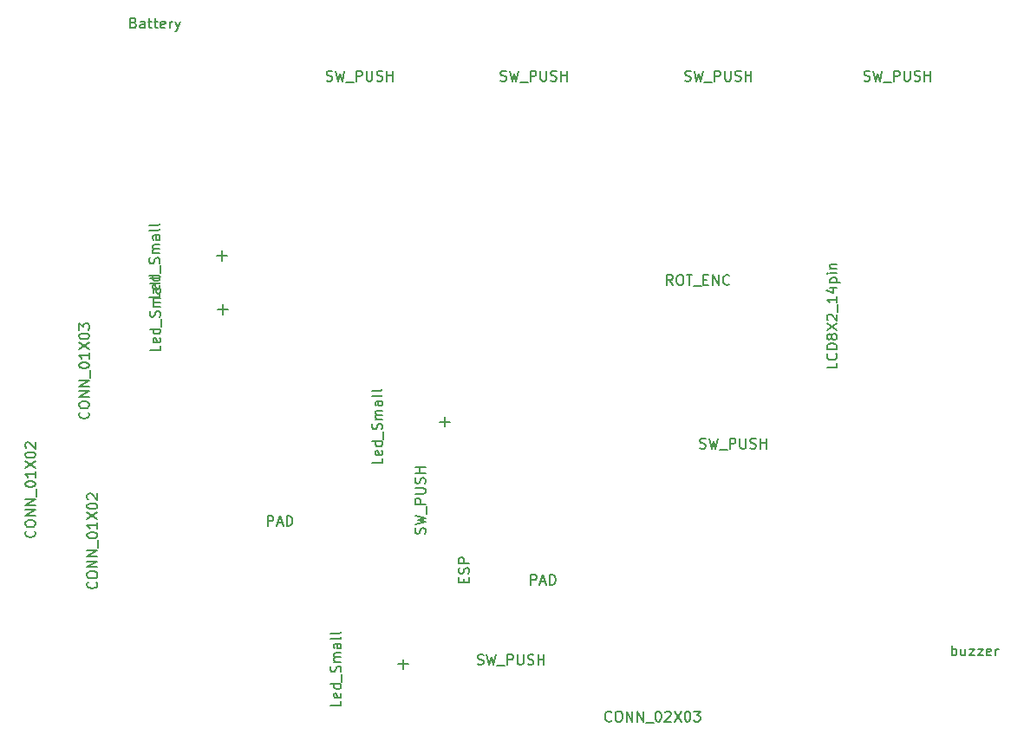
<source format=gbr>
G04 #@! TF.FileFunction,Other,Fab,Top*
%FSLAX46Y46*%
G04 Gerber Fmt 4.6, Leading zero omitted, Abs format (unit mm)*
G04 Created by KiCad (PCBNEW 4.0.4+dfsg1-stable) date Tue Feb  7 08:23:58 2017*
%MOMM*%
%LPD*%
G01*
G04 APERTURE LIST*
%ADD10C,0.100000*%
%ADD11C,0.150000*%
G04 APERTURE END LIST*
D10*
D11*
X21100000Y41200000D02*
X21100000Y42200000D01*
X20600000Y41700000D02*
X21600000Y41700000D01*
X21050000Y46400000D02*
X21050000Y47400000D01*
X20550000Y46900000D02*
X21550000Y46900000D01*
X42800000Y30200000D02*
X42800000Y31200000D01*
X42300000Y30700000D02*
X43300000Y30700000D01*
X38750000Y6500000D02*
X38750000Y7500000D01*
X38250000Y7000000D02*
X39250000Y7000000D01*
X40832762Y19746095D02*
X40880381Y19888952D01*
X40880381Y20127048D01*
X40832762Y20222286D01*
X40785143Y20269905D01*
X40689905Y20317524D01*
X40594667Y20317524D01*
X40499429Y20269905D01*
X40451810Y20222286D01*
X40404190Y20127048D01*
X40356571Y19936571D01*
X40308952Y19841333D01*
X40261333Y19793714D01*
X40166095Y19746095D01*
X40070857Y19746095D01*
X39975619Y19793714D01*
X39928000Y19841333D01*
X39880381Y19936571D01*
X39880381Y20174667D01*
X39928000Y20317524D01*
X39880381Y20650857D02*
X40880381Y20888952D01*
X40166095Y21079429D01*
X40880381Y21269905D01*
X39880381Y21508000D01*
X40975619Y21650857D02*
X40975619Y22412762D01*
X40880381Y22650857D02*
X39880381Y22650857D01*
X39880381Y23031810D01*
X39928000Y23127048D01*
X39975619Y23174667D01*
X40070857Y23222286D01*
X40213714Y23222286D01*
X40308952Y23174667D01*
X40356571Y23127048D01*
X40404190Y23031810D01*
X40404190Y22650857D01*
X39880381Y23650857D02*
X40689905Y23650857D01*
X40785143Y23698476D01*
X40832762Y23746095D01*
X40880381Y23841333D01*
X40880381Y24031810D01*
X40832762Y24127048D01*
X40785143Y24174667D01*
X40689905Y24222286D01*
X39880381Y24222286D01*
X40832762Y24650857D02*
X40880381Y24793714D01*
X40880381Y25031810D01*
X40832762Y25127048D01*
X40785143Y25174667D01*
X40689905Y25222286D01*
X40594667Y25222286D01*
X40499429Y25174667D01*
X40451810Y25127048D01*
X40404190Y25031810D01*
X40356571Y24841333D01*
X40308952Y24746095D01*
X40261333Y24698476D01*
X40166095Y24650857D01*
X40070857Y24650857D01*
X39975619Y24698476D01*
X39928000Y24746095D01*
X39880381Y24841333D01*
X39880381Y25079429D01*
X39928000Y25222286D01*
X40880381Y25650857D02*
X39880381Y25650857D01*
X40356571Y25650857D02*
X40356571Y26222286D01*
X40880381Y26222286D02*
X39880381Y26222286D01*
X12378571Y69671429D02*
X12521428Y69623810D01*
X12569047Y69576190D01*
X12616666Y69480952D01*
X12616666Y69338095D01*
X12569047Y69242857D01*
X12521428Y69195238D01*
X12426190Y69147619D01*
X12045237Y69147619D01*
X12045237Y70147619D01*
X12378571Y70147619D01*
X12473809Y70100000D01*
X12521428Y70052381D01*
X12569047Y69957143D01*
X12569047Y69861905D01*
X12521428Y69766667D01*
X12473809Y69719048D01*
X12378571Y69671429D01*
X12045237Y69671429D01*
X13473809Y69147619D02*
X13473809Y69671429D01*
X13426190Y69766667D01*
X13330952Y69814286D01*
X13140475Y69814286D01*
X13045237Y69766667D01*
X13473809Y69195238D02*
X13378571Y69147619D01*
X13140475Y69147619D01*
X13045237Y69195238D01*
X12997618Y69290476D01*
X12997618Y69385714D01*
X13045237Y69480952D01*
X13140475Y69528571D01*
X13378571Y69528571D01*
X13473809Y69576190D01*
X13807142Y69814286D02*
X14188094Y69814286D01*
X13949999Y70147619D02*
X13949999Y69290476D01*
X13997618Y69195238D01*
X14092856Y69147619D01*
X14188094Y69147619D01*
X14378571Y69814286D02*
X14759523Y69814286D01*
X14521428Y70147619D02*
X14521428Y69290476D01*
X14569047Y69195238D01*
X14664285Y69147619D01*
X14759523Y69147619D01*
X15473810Y69195238D02*
X15378572Y69147619D01*
X15188095Y69147619D01*
X15092857Y69195238D01*
X15045238Y69290476D01*
X15045238Y69671429D01*
X15092857Y69766667D01*
X15188095Y69814286D01*
X15378572Y69814286D01*
X15473810Y69766667D01*
X15521429Y69671429D01*
X15521429Y69576190D01*
X15045238Y69480952D01*
X15950000Y69147619D02*
X15950000Y69814286D01*
X15950000Y69623810D02*
X15997619Y69719048D01*
X16045238Y69766667D01*
X16140476Y69814286D01*
X16235715Y69814286D01*
X16473810Y69814286D02*
X16711905Y69147619D01*
X16950001Y69814286D02*
X16711905Y69147619D01*
X16616667Y68909524D01*
X16569048Y68861905D01*
X16473810Y68814286D01*
X14984381Y38140571D02*
X14984381Y37664380D01*
X13984381Y37664380D01*
X14936762Y38854857D02*
X14984381Y38759619D01*
X14984381Y38569142D01*
X14936762Y38473904D01*
X14841524Y38426285D01*
X14460571Y38426285D01*
X14365333Y38473904D01*
X14317714Y38569142D01*
X14317714Y38759619D01*
X14365333Y38854857D01*
X14460571Y38902476D01*
X14555810Y38902476D01*
X14651048Y38426285D01*
X14984381Y39759619D02*
X13984381Y39759619D01*
X14936762Y39759619D02*
X14984381Y39664381D01*
X14984381Y39473904D01*
X14936762Y39378666D01*
X14889143Y39331047D01*
X14793905Y39283428D01*
X14508190Y39283428D01*
X14412952Y39331047D01*
X14365333Y39378666D01*
X14317714Y39473904D01*
X14317714Y39664381D01*
X14365333Y39759619D01*
X15079619Y39997714D02*
X15079619Y40759619D01*
X14936762Y40950095D02*
X14984381Y41092952D01*
X14984381Y41331048D01*
X14936762Y41426286D01*
X14889143Y41473905D01*
X14793905Y41521524D01*
X14698667Y41521524D01*
X14603429Y41473905D01*
X14555810Y41426286D01*
X14508190Y41331048D01*
X14460571Y41140571D01*
X14412952Y41045333D01*
X14365333Y40997714D01*
X14270095Y40950095D01*
X14174857Y40950095D01*
X14079619Y40997714D01*
X14032000Y41045333D01*
X13984381Y41140571D01*
X13984381Y41378667D01*
X14032000Y41521524D01*
X14984381Y41950095D02*
X14317714Y41950095D01*
X14412952Y41950095D02*
X14365333Y41997714D01*
X14317714Y42092952D01*
X14317714Y42235810D01*
X14365333Y42331048D01*
X14460571Y42378667D01*
X14984381Y42378667D01*
X14460571Y42378667D02*
X14365333Y42426286D01*
X14317714Y42521524D01*
X14317714Y42664381D01*
X14365333Y42759619D01*
X14460571Y42807238D01*
X14984381Y42807238D01*
X14984381Y43712000D02*
X14460571Y43712000D01*
X14365333Y43664381D01*
X14317714Y43569143D01*
X14317714Y43378666D01*
X14365333Y43283428D01*
X14936762Y43712000D02*
X14984381Y43616762D01*
X14984381Y43378666D01*
X14936762Y43283428D01*
X14841524Y43235809D01*
X14746286Y43235809D01*
X14651048Y43283428D01*
X14603429Y43378666D01*
X14603429Y43616762D01*
X14555810Y43712000D01*
X14984381Y44331047D02*
X14936762Y44235809D01*
X14841524Y44188190D01*
X13984381Y44188190D01*
X14984381Y44854857D02*
X14936762Y44759619D01*
X14841524Y44712000D01*
X13984381Y44712000D01*
X14934381Y43340571D02*
X14934381Y42864380D01*
X13934381Y42864380D01*
X14886762Y44054857D02*
X14934381Y43959619D01*
X14934381Y43769142D01*
X14886762Y43673904D01*
X14791524Y43626285D01*
X14410571Y43626285D01*
X14315333Y43673904D01*
X14267714Y43769142D01*
X14267714Y43959619D01*
X14315333Y44054857D01*
X14410571Y44102476D01*
X14505810Y44102476D01*
X14601048Y43626285D01*
X14934381Y44959619D02*
X13934381Y44959619D01*
X14886762Y44959619D02*
X14934381Y44864381D01*
X14934381Y44673904D01*
X14886762Y44578666D01*
X14839143Y44531047D01*
X14743905Y44483428D01*
X14458190Y44483428D01*
X14362952Y44531047D01*
X14315333Y44578666D01*
X14267714Y44673904D01*
X14267714Y44864381D01*
X14315333Y44959619D01*
X15029619Y45197714D02*
X15029619Y45959619D01*
X14886762Y46150095D02*
X14934381Y46292952D01*
X14934381Y46531048D01*
X14886762Y46626286D01*
X14839143Y46673905D01*
X14743905Y46721524D01*
X14648667Y46721524D01*
X14553429Y46673905D01*
X14505810Y46626286D01*
X14458190Y46531048D01*
X14410571Y46340571D01*
X14362952Y46245333D01*
X14315333Y46197714D01*
X14220095Y46150095D01*
X14124857Y46150095D01*
X14029619Y46197714D01*
X13982000Y46245333D01*
X13934381Y46340571D01*
X13934381Y46578667D01*
X13982000Y46721524D01*
X14934381Y47150095D02*
X14267714Y47150095D01*
X14362952Y47150095D02*
X14315333Y47197714D01*
X14267714Y47292952D01*
X14267714Y47435810D01*
X14315333Y47531048D01*
X14410571Y47578667D01*
X14934381Y47578667D01*
X14410571Y47578667D02*
X14315333Y47626286D01*
X14267714Y47721524D01*
X14267714Y47864381D01*
X14315333Y47959619D01*
X14410571Y48007238D01*
X14934381Y48007238D01*
X14934381Y48912000D02*
X14410571Y48912000D01*
X14315333Y48864381D01*
X14267714Y48769143D01*
X14267714Y48578666D01*
X14315333Y48483428D01*
X14886762Y48912000D02*
X14934381Y48816762D01*
X14934381Y48578666D01*
X14886762Y48483428D01*
X14791524Y48435809D01*
X14696286Y48435809D01*
X14601048Y48483428D01*
X14553429Y48578666D01*
X14553429Y48816762D01*
X14505810Y48912000D01*
X14934381Y49531047D02*
X14886762Y49435809D01*
X14791524Y49388190D01*
X13934381Y49388190D01*
X14934381Y50054857D02*
X14886762Y49959619D01*
X14791524Y49912000D01*
X13934381Y49912000D01*
X36684381Y27140571D02*
X36684381Y26664380D01*
X35684381Y26664380D01*
X36636762Y27854857D02*
X36684381Y27759619D01*
X36684381Y27569142D01*
X36636762Y27473904D01*
X36541524Y27426285D01*
X36160571Y27426285D01*
X36065333Y27473904D01*
X36017714Y27569142D01*
X36017714Y27759619D01*
X36065333Y27854857D01*
X36160571Y27902476D01*
X36255810Y27902476D01*
X36351048Y27426285D01*
X36684381Y28759619D02*
X35684381Y28759619D01*
X36636762Y28759619D02*
X36684381Y28664381D01*
X36684381Y28473904D01*
X36636762Y28378666D01*
X36589143Y28331047D01*
X36493905Y28283428D01*
X36208190Y28283428D01*
X36112952Y28331047D01*
X36065333Y28378666D01*
X36017714Y28473904D01*
X36017714Y28664381D01*
X36065333Y28759619D01*
X36779619Y28997714D02*
X36779619Y29759619D01*
X36636762Y29950095D02*
X36684381Y30092952D01*
X36684381Y30331048D01*
X36636762Y30426286D01*
X36589143Y30473905D01*
X36493905Y30521524D01*
X36398667Y30521524D01*
X36303429Y30473905D01*
X36255810Y30426286D01*
X36208190Y30331048D01*
X36160571Y30140571D01*
X36112952Y30045333D01*
X36065333Y29997714D01*
X35970095Y29950095D01*
X35874857Y29950095D01*
X35779619Y29997714D01*
X35732000Y30045333D01*
X35684381Y30140571D01*
X35684381Y30378667D01*
X35732000Y30521524D01*
X36684381Y30950095D02*
X36017714Y30950095D01*
X36112952Y30950095D02*
X36065333Y30997714D01*
X36017714Y31092952D01*
X36017714Y31235810D01*
X36065333Y31331048D01*
X36160571Y31378667D01*
X36684381Y31378667D01*
X36160571Y31378667D02*
X36065333Y31426286D01*
X36017714Y31521524D01*
X36017714Y31664381D01*
X36065333Y31759619D01*
X36160571Y31807238D01*
X36684381Y31807238D01*
X36684381Y32712000D02*
X36160571Y32712000D01*
X36065333Y32664381D01*
X36017714Y32569143D01*
X36017714Y32378666D01*
X36065333Y32283428D01*
X36636762Y32712000D02*
X36684381Y32616762D01*
X36684381Y32378666D01*
X36636762Y32283428D01*
X36541524Y32235809D01*
X36446286Y32235809D01*
X36351048Y32283428D01*
X36303429Y32378666D01*
X36303429Y32616762D01*
X36255810Y32712000D01*
X36684381Y33331047D02*
X36636762Y33235809D01*
X36541524Y33188190D01*
X35684381Y33188190D01*
X36684381Y33854857D02*
X36636762Y33759619D01*
X36541524Y33712000D01*
X35684381Y33712000D01*
X81079381Y36434762D02*
X81079381Y35958571D01*
X80079381Y35958571D01*
X80984143Y37339524D02*
X81031762Y37291905D01*
X81079381Y37149048D01*
X81079381Y37053810D01*
X81031762Y36910952D01*
X80936524Y36815714D01*
X80841286Y36768095D01*
X80650810Y36720476D01*
X80507952Y36720476D01*
X80317476Y36768095D01*
X80222238Y36815714D01*
X80127000Y36910952D01*
X80079381Y37053810D01*
X80079381Y37149048D01*
X80127000Y37291905D01*
X80174619Y37339524D01*
X81079381Y37768095D02*
X80079381Y37768095D01*
X80079381Y38006190D01*
X80127000Y38149048D01*
X80222238Y38244286D01*
X80317476Y38291905D01*
X80507952Y38339524D01*
X80650810Y38339524D01*
X80841286Y38291905D01*
X80936524Y38244286D01*
X81031762Y38149048D01*
X81079381Y38006190D01*
X81079381Y37768095D01*
X80507952Y38910952D02*
X80460333Y38815714D01*
X80412714Y38768095D01*
X80317476Y38720476D01*
X80269857Y38720476D01*
X80174619Y38768095D01*
X80127000Y38815714D01*
X80079381Y38910952D01*
X80079381Y39101429D01*
X80127000Y39196667D01*
X80174619Y39244286D01*
X80269857Y39291905D01*
X80317476Y39291905D01*
X80412714Y39244286D01*
X80460333Y39196667D01*
X80507952Y39101429D01*
X80507952Y38910952D01*
X80555571Y38815714D01*
X80603190Y38768095D01*
X80698429Y38720476D01*
X80888905Y38720476D01*
X80984143Y38768095D01*
X81031762Y38815714D01*
X81079381Y38910952D01*
X81079381Y39101429D01*
X81031762Y39196667D01*
X80984143Y39244286D01*
X80888905Y39291905D01*
X80698429Y39291905D01*
X80603190Y39244286D01*
X80555571Y39196667D01*
X80507952Y39101429D01*
X80079381Y39625238D02*
X81079381Y40291905D01*
X80079381Y40291905D02*
X81079381Y39625238D01*
X80174619Y40625238D02*
X80127000Y40672857D01*
X80079381Y40768095D01*
X80079381Y41006191D01*
X80127000Y41101429D01*
X80174619Y41149048D01*
X80269857Y41196667D01*
X80365095Y41196667D01*
X80507952Y41149048D01*
X81079381Y40577619D01*
X81079381Y41196667D01*
X81174619Y41387143D02*
X81174619Y42149048D01*
X81079381Y42910953D02*
X81079381Y42339524D01*
X81079381Y42625238D02*
X80079381Y42625238D01*
X80222238Y42530000D01*
X80317476Y42434762D01*
X80365095Y42339524D01*
X80412714Y43768096D02*
X81079381Y43768096D01*
X80031762Y43530000D02*
X80746048Y43291905D01*
X80746048Y43910953D01*
X80412714Y44291905D02*
X81412714Y44291905D01*
X80460333Y44291905D02*
X80412714Y44387143D01*
X80412714Y44577620D01*
X80460333Y44672858D01*
X80507952Y44720477D01*
X80603190Y44768096D01*
X80888905Y44768096D01*
X80984143Y44720477D01*
X81031762Y44672858D01*
X81079381Y44577620D01*
X81079381Y44387143D01*
X81031762Y44291905D01*
X81079381Y45196667D02*
X80412714Y45196667D01*
X80079381Y45196667D02*
X80127000Y45149048D01*
X80174619Y45196667D01*
X80127000Y45244286D01*
X80079381Y45196667D01*
X80174619Y45196667D01*
X80412714Y45672857D02*
X81079381Y45672857D01*
X80507952Y45672857D02*
X80460333Y45720476D01*
X80412714Y45815714D01*
X80412714Y45958572D01*
X80460333Y46053810D01*
X80555571Y46101429D01*
X81079381Y46101429D01*
X92285714Y7847619D02*
X92285714Y8847619D01*
X92285714Y8466667D02*
X92380952Y8514286D01*
X92571429Y8514286D01*
X92666667Y8466667D01*
X92714286Y8419048D01*
X92761905Y8323810D01*
X92761905Y8038095D01*
X92714286Y7942857D01*
X92666667Y7895238D01*
X92571429Y7847619D01*
X92380952Y7847619D01*
X92285714Y7895238D01*
X93619048Y8514286D02*
X93619048Y7847619D01*
X93190476Y8514286D02*
X93190476Y7990476D01*
X93238095Y7895238D01*
X93333333Y7847619D01*
X93476191Y7847619D01*
X93571429Y7895238D01*
X93619048Y7942857D01*
X94000000Y8514286D02*
X94523810Y8514286D01*
X94000000Y7847619D01*
X94523810Y7847619D01*
X94809524Y8514286D02*
X95333334Y8514286D01*
X94809524Y7847619D01*
X95333334Y7847619D01*
X96095239Y7895238D02*
X96000001Y7847619D01*
X95809524Y7847619D01*
X95714286Y7895238D01*
X95666667Y7990476D01*
X95666667Y8371429D01*
X95714286Y8466667D01*
X95809524Y8514286D01*
X96000001Y8514286D01*
X96095239Y8466667D01*
X96142858Y8371429D01*
X96142858Y8276190D01*
X95666667Y8180952D01*
X96571429Y7847619D02*
X96571429Y8514286D01*
X96571429Y8323810D02*
X96619048Y8419048D01*
X96666667Y8466667D01*
X96761905Y8514286D01*
X96857144Y8514286D01*
X59051191Y1497857D02*
X59003572Y1450238D01*
X58860715Y1402619D01*
X58765477Y1402619D01*
X58622619Y1450238D01*
X58527381Y1545476D01*
X58479762Y1640714D01*
X58432143Y1831190D01*
X58432143Y1974048D01*
X58479762Y2164524D01*
X58527381Y2259762D01*
X58622619Y2355000D01*
X58765477Y2402619D01*
X58860715Y2402619D01*
X59003572Y2355000D01*
X59051191Y2307381D01*
X59670238Y2402619D02*
X59860715Y2402619D01*
X59955953Y2355000D01*
X60051191Y2259762D01*
X60098810Y2069286D01*
X60098810Y1735952D01*
X60051191Y1545476D01*
X59955953Y1450238D01*
X59860715Y1402619D01*
X59670238Y1402619D01*
X59575000Y1450238D01*
X59479762Y1545476D01*
X59432143Y1735952D01*
X59432143Y2069286D01*
X59479762Y2259762D01*
X59575000Y2355000D01*
X59670238Y2402619D01*
X60527381Y1402619D02*
X60527381Y2402619D01*
X61098810Y1402619D01*
X61098810Y2402619D01*
X61575000Y1402619D02*
X61575000Y2402619D01*
X62146429Y1402619D01*
X62146429Y2402619D01*
X62384524Y1307381D02*
X63146429Y1307381D01*
X63575000Y2402619D02*
X63670239Y2402619D01*
X63765477Y2355000D01*
X63813096Y2307381D01*
X63860715Y2212143D01*
X63908334Y2021667D01*
X63908334Y1783571D01*
X63860715Y1593095D01*
X63813096Y1497857D01*
X63765477Y1450238D01*
X63670239Y1402619D01*
X63575000Y1402619D01*
X63479762Y1450238D01*
X63432143Y1497857D01*
X63384524Y1593095D01*
X63336905Y1783571D01*
X63336905Y2021667D01*
X63384524Y2212143D01*
X63432143Y2307381D01*
X63479762Y2355000D01*
X63575000Y2402619D01*
X64289286Y2307381D02*
X64336905Y2355000D01*
X64432143Y2402619D01*
X64670239Y2402619D01*
X64765477Y2355000D01*
X64813096Y2307381D01*
X64860715Y2212143D01*
X64860715Y2116905D01*
X64813096Y1974048D01*
X64241667Y1402619D01*
X64860715Y1402619D01*
X65194048Y2402619D02*
X65860715Y1402619D01*
X65860715Y2402619D02*
X65194048Y1402619D01*
X66432143Y2402619D02*
X66527382Y2402619D01*
X66622620Y2355000D01*
X66670239Y2307381D01*
X66717858Y2212143D01*
X66765477Y2021667D01*
X66765477Y1783571D01*
X66717858Y1593095D01*
X66670239Y1497857D01*
X66622620Y1450238D01*
X66527382Y1402619D01*
X66432143Y1402619D01*
X66336905Y1450238D01*
X66289286Y1497857D01*
X66241667Y1593095D01*
X66194048Y1783571D01*
X66194048Y2021667D01*
X66241667Y2212143D01*
X66289286Y2307381D01*
X66336905Y2355000D01*
X66432143Y2402619D01*
X67098810Y2402619D02*
X67717858Y2402619D01*
X67384524Y2021667D01*
X67527382Y2021667D01*
X67622620Y1974048D01*
X67670239Y1926429D01*
X67717858Y1831190D01*
X67717858Y1593095D01*
X67670239Y1497857D01*
X67622620Y1450238D01*
X67527382Y1402619D01*
X67241667Y1402619D01*
X67146429Y1450238D01*
X67098810Y1497857D01*
X2707143Y20026191D02*
X2754762Y19978572D01*
X2802381Y19835715D01*
X2802381Y19740477D01*
X2754762Y19597619D01*
X2659524Y19502381D01*
X2564286Y19454762D01*
X2373810Y19407143D01*
X2230952Y19407143D01*
X2040476Y19454762D01*
X1945238Y19502381D01*
X1850000Y19597619D01*
X1802381Y19740477D01*
X1802381Y19835715D01*
X1850000Y19978572D01*
X1897619Y20026191D01*
X1802381Y20645238D02*
X1802381Y20835715D01*
X1850000Y20930953D01*
X1945238Y21026191D01*
X2135714Y21073810D01*
X2469048Y21073810D01*
X2659524Y21026191D01*
X2754762Y20930953D01*
X2802381Y20835715D01*
X2802381Y20645238D01*
X2754762Y20550000D01*
X2659524Y20454762D01*
X2469048Y20407143D01*
X2135714Y20407143D01*
X1945238Y20454762D01*
X1850000Y20550000D01*
X1802381Y20645238D01*
X2802381Y21502381D02*
X1802381Y21502381D01*
X2802381Y22073810D01*
X1802381Y22073810D01*
X2802381Y22550000D02*
X1802381Y22550000D01*
X2802381Y23121429D01*
X1802381Y23121429D01*
X2897619Y23359524D02*
X2897619Y24121429D01*
X1802381Y24550000D02*
X1802381Y24645239D01*
X1850000Y24740477D01*
X1897619Y24788096D01*
X1992857Y24835715D01*
X2183333Y24883334D01*
X2421429Y24883334D01*
X2611905Y24835715D01*
X2707143Y24788096D01*
X2754762Y24740477D01*
X2802381Y24645239D01*
X2802381Y24550000D01*
X2754762Y24454762D01*
X2707143Y24407143D01*
X2611905Y24359524D01*
X2421429Y24311905D01*
X2183333Y24311905D01*
X1992857Y24359524D01*
X1897619Y24407143D01*
X1850000Y24454762D01*
X1802381Y24550000D01*
X2802381Y25835715D02*
X2802381Y25264286D01*
X2802381Y25550000D02*
X1802381Y25550000D01*
X1945238Y25454762D01*
X2040476Y25359524D01*
X2088095Y25264286D01*
X1802381Y26169048D02*
X2802381Y26835715D01*
X1802381Y26835715D02*
X2802381Y26169048D01*
X1802381Y27407143D02*
X1802381Y27502382D01*
X1850000Y27597620D01*
X1897619Y27645239D01*
X1992857Y27692858D01*
X2183333Y27740477D01*
X2421429Y27740477D01*
X2611905Y27692858D01*
X2707143Y27645239D01*
X2754762Y27597620D01*
X2802381Y27502382D01*
X2802381Y27407143D01*
X2754762Y27311905D01*
X2707143Y27264286D01*
X2611905Y27216667D01*
X2421429Y27169048D01*
X2183333Y27169048D01*
X1992857Y27216667D01*
X1897619Y27264286D01*
X1850000Y27311905D01*
X1802381Y27407143D01*
X1897619Y28121429D02*
X1850000Y28169048D01*
X1802381Y28264286D01*
X1802381Y28502382D01*
X1850000Y28597620D01*
X1897619Y28645239D01*
X1992857Y28692858D01*
X2088095Y28692858D01*
X2230952Y28645239D01*
X2802381Y28073810D01*
X2802381Y28692858D01*
X8757143Y15026191D02*
X8804762Y14978572D01*
X8852381Y14835715D01*
X8852381Y14740477D01*
X8804762Y14597619D01*
X8709524Y14502381D01*
X8614286Y14454762D01*
X8423810Y14407143D01*
X8280952Y14407143D01*
X8090476Y14454762D01*
X7995238Y14502381D01*
X7900000Y14597619D01*
X7852381Y14740477D01*
X7852381Y14835715D01*
X7900000Y14978572D01*
X7947619Y15026191D01*
X7852381Y15645238D02*
X7852381Y15835715D01*
X7900000Y15930953D01*
X7995238Y16026191D01*
X8185714Y16073810D01*
X8519048Y16073810D01*
X8709524Y16026191D01*
X8804762Y15930953D01*
X8852381Y15835715D01*
X8852381Y15645238D01*
X8804762Y15550000D01*
X8709524Y15454762D01*
X8519048Y15407143D01*
X8185714Y15407143D01*
X7995238Y15454762D01*
X7900000Y15550000D01*
X7852381Y15645238D01*
X8852381Y16502381D02*
X7852381Y16502381D01*
X8852381Y17073810D01*
X7852381Y17073810D01*
X8852381Y17550000D02*
X7852381Y17550000D01*
X8852381Y18121429D01*
X7852381Y18121429D01*
X8947619Y18359524D02*
X8947619Y19121429D01*
X7852381Y19550000D02*
X7852381Y19645239D01*
X7900000Y19740477D01*
X7947619Y19788096D01*
X8042857Y19835715D01*
X8233333Y19883334D01*
X8471429Y19883334D01*
X8661905Y19835715D01*
X8757143Y19788096D01*
X8804762Y19740477D01*
X8852381Y19645239D01*
X8852381Y19550000D01*
X8804762Y19454762D01*
X8757143Y19407143D01*
X8661905Y19359524D01*
X8471429Y19311905D01*
X8233333Y19311905D01*
X8042857Y19359524D01*
X7947619Y19407143D01*
X7900000Y19454762D01*
X7852381Y19550000D01*
X8852381Y20835715D02*
X8852381Y20264286D01*
X8852381Y20550000D02*
X7852381Y20550000D01*
X7995238Y20454762D01*
X8090476Y20359524D01*
X8138095Y20264286D01*
X7852381Y21169048D02*
X8852381Y21835715D01*
X7852381Y21835715D02*
X8852381Y21169048D01*
X7852381Y22407143D02*
X7852381Y22502382D01*
X7900000Y22597620D01*
X7947619Y22645239D01*
X8042857Y22692858D01*
X8233333Y22740477D01*
X8471429Y22740477D01*
X8661905Y22692858D01*
X8757143Y22645239D01*
X8804762Y22597620D01*
X8852381Y22502382D01*
X8852381Y22407143D01*
X8804762Y22311905D01*
X8757143Y22264286D01*
X8661905Y22216667D01*
X8471429Y22169048D01*
X8233333Y22169048D01*
X8042857Y22216667D01*
X7947619Y22264286D01*
X7900000Y22311905D01*
X7852381Y22407143D01*
X7947619Y23121429D02*
X7900000Y23169048D01*
X7852381Y23264286D01*
X7852381Y23502382D01*
X7900000Y23597620D01*
X7947619Y23645239D01*
X8042857Y23692858D01*
X8138095Y23692858D01*
X8280952Y23645239D01*
X8852381Y23073810D01*
X8852381Y23692858D01*
X65047619Y44047619D02*
X64714285Y44523810D01*
X64476190Y44047619D02*
X64476190Y45047619D01*
X64857143Y45047619D01*
X64952381Y45000000D01*
X65000000Y44952381D01*
X65047619Y44857143D01*
X65047619Y44714286D01*
X65000000Y44619048D01*
X64952381Y44571429D01*
X64857143Y44523810D01*
X64476190Y44523810D01*
X65666666Y45047619D02*
X65857143Y45047619D01*
X65952381Y45000000D01*
X66047619Y44904762D01*
X66095238Y44714286D01*
X66095238Y44380952D01*
X66047619Y44190476D01*
X65952381Y44095238D01*
X65857143Y44047619D01*
X65666666Y44047619D01*
X65571428Y44095238D01*
X65476190Y44190476D01*
X65428571Y44380952D01*
X65428571Y44714286D01*
X65476190Y44904762D01*
X65571428Y45000000D01*
X65666666Y45047619D01*
X66380952Y45047619D02*
X66952381Y45047619D01*
X66666666Y44047619D02*
X66666666Y45047619D01*
X67047619Y43952381D02*
X67809524Y43952381D01*
X68047619Y44571429D02*
X68380953Y44571429D01*
X68523810Y44047619D02*
X68047619Y44047619D01*
X68047619Y45047619D01*
X68523810Y45047619D01*
X68952381Y44047619D02*
X68952381Y45047619D01*
X69523810Y44047619D01*
X69523810Y45047619D01*
X70571429Y44142857D02*
X70523810Y44095238D01*
X70380953Y44047619D01*
X70285715Y44047619D01*
X70142857Y44095238D01*
X70047619Y44190476D01*
X70000000Y44285714D01*
X69952381Y44476190D01*
X69952381Y44619048D01*
X70000000Y44809524D01*
X70047619Y44904762D01*
X70142857Y45000000D01*
X70285715Y45047619D01*
X70380953Y45047619D01*
X70523810Y45000000D01*
X70571429Y44952381D01*
X44628571Y15009524D02*
X44628571Y15342858D01*
X45152381Y15485715D02*
X45152381Y15009524D01*
X44152381Y15009524D01*
X44152381Y15485715D01*
X45104762Y15866667D02*
X45152381Y16009524D01*
X45152381Y16247620D01*
X45104762Y16342858D01*
X45057143Y16390477D01*
X44961905Y16438096D01*
X44866667Y16438096D01*
X44771429Y16390477D01*
X44723810Y16342858D01*
X44676190Y16247620D01*
X44628571Y16057143D01*
X44580952Y15961905D01*
X44533333Y15914286D01*
X44438095Y15866667D01*
X44342857Y15866667D01*
X44247619Y15914286D01*
X44200000Y15961905D01*
X44152381Y16057143D01*
X44152381Y16295239D01*
X44200000Y16438096D01*
X45152381Y16866667D02*
X44152381Y16866667D01*
X44152381Y17247620D01*
X44200000Y17342858D01*
X44247619Y17390477D01*
X44342857Y17438096D01*
X44485714Y17438096D01*
X44580952Y17390477D01*
X44628571Y17342858D01*
X44676190Y17247620D01*
X44676190Y16866667D01*
X51186524Y14765619D02*
X51186524Y15765619D01*
X51567477Y15765619D01*
X51662715Y15718000D01*
X51710334Y15670381D01*
X51757953Y15575143D01*
X51757953Y15432286D01*
X51710334Y15337048D01*
X51662715Y15289429D01*
X51567477Y15241810D01*
X51186524Y15241810D01*
X52138905Y15051333D02*
X52615096Y15051333D01*
X52043667Y14765619D02*
X52377000Y15765619D01*
X52710334Y14765619D01*
X53043667Y14765619D02*
X53043667Y15765619D01*
X53281762Y15765619D01*
X53424620Y15718000D01*
X53519858Y15622762D01*
X53567477Y15527524D01*
X53615096Y15337048D01*
X53615096Y15194190D01*
X53567477Y15003714D01*
X53519858Y14908476D01*
X53424620Y14813238D01*
X53281762Y14765619D01*
X53043667Y14765619D01*
X25486524Y20515619D02*
X25486524Y21515619D01*
X25867477Y21515619D01*
X25962715Y21468000D01*
X26010334Y21420381D01*
X26057953Y21325143D01*
X26057953Y21182286D01*
X26010334Y21087048D01*
X25962715Y21039429D01*
X25867477Y20991810D01*
X25486524Y20991810D01*
X26438905Y20801333D02*
X26915096Y20801333D01*
X26343667Y20515619D02*
X26677000Y21515619D01*
X27010334Y20515619D01*
X27343667Y20515619D02*
X27343667Y21515619D01*
X27581762Y21515619D01*
X27724620Y21468000D01*
X27819858Y21372762D01*
X27867477Y21277524D01*
X27915096Y21087048D01*
X27915096Y20944190D01*
X27867477Y20753714D01*
X27819858Y20658476D01*
X27724620Y20563238D01*
X27581762Y20515619D01*
X27343667Y20515619D01*
X32634381Y3440571D02*
X32634381Y2964380D01*
X31634381Y2964380D01*
X32586762Y4154857D02*
X32634381Y4059619D01*
X32634381Y3869142D01*
X32586762Y3773904D01*
X32491524Y3726285D01*
X32110571Y3726285D01*
X32015333Y3773904D01*
X31967714Y3869142D01*
X31967714Y4059619D01*
X32015333Y4154857D01*
X32110571Y4202476D01*
X32205810Y4202476D01*
X32301048Y3726285D01*
X32634381Y5059619D02*
X31634381Y5059619D01*
X32586762Y5059619D02*
X32634381Y4964381D01*
X32634381Y4773904D01*
X32586762Y4678666D01*
X32539143Y4631047D01*
X32443905Y4583428D01*
X32158190Y4583428D01*
X32062952Y4631047D01*
X32015333Y4678666D01*
X31967714Y4773904D01*
X31967714Y4964381D01*
X32015333Y5059619D01*
X32729619Y5297714D02*
X32729619Y6059619D01*
X32586762Y6250095D02*
X32634381Y6392952D01*
X32634381Y6631048D01*
X32586762Y6726286D01*
X32539143Y6773905D01*
X32443905Y6821524D01*
X32348667Y6821524D01*
X32253429Y6773905D01*
X32205810Y6726286D01*
X32158190Y6631048D01*
X32110571Y6440571D01*
X32062952Y6345333D01*
X32015333Y6297714D01*
X31920095Y6250095D01*
X31824857Y6250095D01*
X31729619Y6297714D01*
X31682000Y6345333D01*
X31634381Y6440571D01*
X31634381Y6678667D01*
X31682000Y6821524D01*
X32634381Y7250095D02*
X31967714Y7250095D01*
X32062952Y7250095D02*
X32015333Y7297714D01*
X31967714Y7392952D01*
X31967714Y7535810D01*
X32015333Y7631048D01*
X32110571Y7678667D01*
X32634381Y7678667D01*
X32110571Y7678667D02*
X32015333Y7726286D01*
X31967714Y7821524D01*
X31967714Y7964381D01*
X32015333Y8059619D01*
X32110571Y8107238D01*
X32634381Y8107238D01*
X32634381Y9012000D02*
X32110571Y9012000D01*
X32015333Y8964381D01*
X31967714Y8869143D01*
X31967714Y8678666D01*
X32015333Y8583428D01*
X32586762Y9012000D02*
X32634381Y8916762D01*
X32634381Y8678666D01*
X32586762Y8583428D01*
X32491524Y8535809D01*
X32396286Y8535809D01*
X32301048Y8583428D01*
X32253429Y8678666D01*
X32253429Y8916762D01*
X32205810Y9012000D01*
X32634381Y9631047D02*
X32586762Y9535809D01*
X32491524Y9488190D01*
X31634381Y9488190D01*
X32634381Y10154857D02*
X32586762Y10059619D01*
X32491524Y10012000D01*
X31634381Y10012000D01*
X7957143Y31626191D02*
X8004762Y31578572D01*
X8052381Y31435715D01*
X8052381Y31340477D01*
X8004762Y31197619D01*
X7909524Y31102381D01*
X7814286Y31054762D01*
X7623810Y31007143D01*
X7480952Y31007143D01*
X7290476Y31054762D01*
X7195238Y31102381D01*
X7100000Y31197619D01*
X7052381Y31340477D01*
X7052381Y31435715D01*
X7100000Y31578572D01*
X7147619Y31626191D01*
X7052381Y32245238D02*
X7052381Y32435715D01*
X7100000Y32530953D01*
X7195238Y32626191D01*
X7385714Y32673810D01*
X7719048Y32673810D01*
X7909524Y32626191D01*
X8004762Y32530953D01*
X8052381Y32435715D01*
X8052381Y32245238D01*
X8004762Y32150000D01*
X7909524Y32054762D01*
X7719048Y32007143D01*
X7385714Y32007143D01*
X7195238Y32054762D01*
X7100000Y32150000D01*
X7052381Y32245238D01*
X8052381Y33102381D02*
X7052381Y33102381D01*
X8052381Y33673810D01*
X7052381Y33673810D01*
X8052381Y34150000D02*
X7052381Y34150000D01*
X8052381Y34721429D01*
X7052381Y34721429D01*
X8147619Y34959524D02*
X8147619Y35721429D01*
X7052381Y36150000D02*
X7052381Y36245239D01*
X7100000Y36340477D01*
X7147619Y36388096D01*
X7242857Y36435715D01*
X7433333Y36483334D01*
X7671429Y36483334D01*
X7861905Y36435715D01*
X7957143Y36388096D01*
X8004762Y36340477D01*
X8052381Y36245239D01*
X8052381Y36150000D01*
X8004762Y36054762D01*
X7957143Y36007143D01*
X7861905Y35959524D01*
X7671429Y35911905D01*
X7433333Y35911905D01*
X7242857Y35959524D01*
X7147619Y36007143D01*
X7100000Y36054762D01*
X7052381Y36150000D01*
X8052381Y37435715D02*
X8052381Y36864286D01*
X8052381Y37150000D02*
X7052381Y37150000D01*
X7195238Y37054762D01*
X7290476Y36959524D01*
X7338095Y36864286D01*
X7052381Y37769048D02*
X8052381Y38435715D01*
X7052381Y38435715D02*
X8052381Y37769048D01*
X7052381Y39007143D02*
X7052381Y39102382D01*
X7100000Y39197620D01*
X7147619Y39245239D01*
X7242857Y39292858D01*
X7433333Y39340477D01*
X7671429Y39340477D01*
X7861905Y39292858D01*
X7957143Y39245239D01*
X8004762Y39197620D01*
X8052381Y39102382D01*
X8052381Y39007143D01*
X8004762Y38911905D01*
X7957143Y38864286D01*
X7861905Y38816667D01*
X7671429Y38769048D01*
X7433333Y38769048D01*
X7242857Y38816667D01*
X7147619Y38864286D01*
X7100000Y38911905D01*
X7052381Y39007143D01*
X7052381Y39673810D02*
X7052381Y40292858D01*
X7433333Y39959524D01*
X7433333Y40102382D01*
X7480952Y40197620D01*
X7528571Y40245239D01*
X7623810Y40292858D01*
X7861905Y40292858D01*
X7957143Y40245239D01*
X8004762Y40197620D01*
X8052381Y40102382D01*
X8052381Y39816667D01*
X8004762Y39721429D01*
X7957143Y39673810D01*
X83730095Y64023238D02*
X83872952Y63975619D01*
X84111048Y63975619D01*
X84206286Y64023238D01*
X84253905Y64070857D01*
X84301524Y64166095D01*
X84301524Y64261333D01*
X84253905Y64356571D01*
X84206286Y64404190D01*
X84111048Y64451810D01*
X83920571Y64499429D01*
X83825333Y64547048D01*
X83777714Y64594667D01*
X83730095Y64689905D01*
X83730095Y64785143D01*
X83777714Y64880381D01*
X83825333Y64928000D01*
X83920571Y64975619D01*
X84158667Y64975619D01*
X84301524Y64928000D01*
X84634857Y64975619D02*
X84872952Y63975619D01*
X85063429Y64689905D01*
X85253905Y63975619D01*
X85492000Y64975619D01*
X85634857Y63880381D02*
X86396762Y63880381D01*
X86634857Y63975619D02*
X86634857Y64975619D01*
X87015810Y64975619D01*
X87111048Y64928000D01*
X87158667Y64880381D01*
X87206286Y64785143D01*
X87206286Y64642286D01*
X87158667Y64547048D01*
X87111048Y64499429D01*
X87015810Y64451810D01*
X86634857Y64451810D01*
X87634857Y64975619D02*
X87634857Y64166095D01*
X87682476Y64070857D01*
X87730095Y64023238D01*
X87825333Y63975619D01*
X88015810Y63975619D01*
X88111048Y64023238D01*
X88158667Y64070857D01*
X88206286Y64166095D01*
X88206286Y64975619D01*
X88634857Y64023238D02*
X88777714Y63975619D01*
X89015810Y63975619D01*
X89111048Y64023238D01*
X89158667Y64070857D01*
X89206286Y64166095D01*
X89206286Y64261333D01*
X89158667Y64356571D01*
X89111048Y64404190D01*
X89015810Y64451810D01*
X88825333Y64499429D01*
X88730095Y64547048D01*
X88682476Y64594667D01*
X88634857Y64689905D01*
X88634857Y64785143D01*
X88682476Y64880381D01*
X88730095Y64928000D01*
X88825333Y64975619D01*
X89063429Y64975619D01*
X89206286Y64928000D01*
X89634857Y63975619D02*
X89634857Y64975619D01*
X89634857Y64499429D02*
X90206286Y64499429D01*
X90206286Y63975619D02*
X90206286Y64975619D01*
X66230095Y64023238D02*
X66372952Y63975619D01*
X66611048Y63975619D01*
X66706286Y64023238D01*
X66753905Y64070857D01*
X66801524Y64166095D01*
X66801524Y64261333D01*
X66753905Y64356571D01*
X66706286Y64404190D01*
X66611048Y64451810D01*
X66420571Y64499429D01*
X66325333Y64547048D01*
X66277714Y64594667D01*
X66230095Y64689905D01*
X66230095Y64785143D01*
X66277714Y64880381D01*
X66325333Y64928000D01*
X66420571Y64975619D01*
X66658667Y64975619D01*
X66801524Y64928000D01*
X67134857Y64975619D02*
X67372952Y63975619D01*
X67563429Y64689905D01*
X67753905Y63975619D01*
X67992000Y64975619D01*
X68134857Y63880381D02*
X68896762Y63880381D01*
X69134857Y63975619D02*
X69134857Y64975619D01*
X69515810Y64975619D01*
X69611048Y64928000D01*
X69658667Y64880381D01*
X69706286Y64785143D01*
X69706286Y64642286D01*
X69658667Y64547048D01*
X69611048Y64499429D01*
X69515810Y64451810D01*
X69134857Y64451810D01*
X70134857Y64975619D02*
X70134857Y64166095D01*
X70182476Y64070857D01*
X70230095Y64023238D01*
X70325333Y63975619D01*
X70515810Y63975619D01*
X70611048Y64023238D01*
X70658667Y64070857D01*
X70706286Y64166095D01*
X70706286Y64975619D01*
X71134857Y64023238D02*
X71277714Y63975619D01*
X71515810Y63975619D01*
X71611048Y64023238D01*
X71658667Y64070857D01*
X71706286Y64166095D01*
X71706286Y64261333D01*
X71658667Y64356571D01*
X71611048Y64404190D01*
X71515810Y64451810D01*
X71325333Y64499429D01*
X71230095Y64547048D01*
X71182476Y64594667D01*
X71134857Y64689905D01*
X71134857Y64785143D01*
X71182476Y64880381D01*
X71230095Y64928000D01*
X71325333Y64975619D01*
X71563429Y64975619D01*
X71706286Y64928000D01*
X72134857Y63975619D02*
X72134857Y64975619D01*
X72134857Y64499429D02*
X72706286Y64499429D01*
X72706286Y63975619D02*
X72706286Y64975619D01*
X48230095Y64023238D02*
X48372952Y63975619D01*
X48611048Y63975619D01*
X48706286Y64023238D01*
X48753905Y64070857D01*
X48801524Y64166095D01*
X48801524Y64261333D01*
X48753905Y64356571D01*
X48706286Y64404190D01*
X48611048Y64451810D01*
X48420571Y64499429D01*
X48325333Y64547048D01*
X48277714Y64594667D01*
X48230095Y64689905D01*
X48230095Y64785143D01*
X48277714Y64880381D01*
X48325333Y64928000D01*
X48420571Y64975619D01*
X48658667Y64975619D01*
X48801524Y64928000D01*
X49134857Y64975619D02*
X49372952Y63975619D01*
X49563429Y64689905D01*
X49753905Y63975619D01*
X49992000Y64975619D01*
X50134857Y63880381D02*
X50896762Y63880381D01*
X51134857Y63975619D02*
X51134857Y64975619D01*
X51515810Y64975619D01*
X51611048Y64928000D01*
X51658667Y64880381D01*
X51706286Y64785143D01*
X51706286Y64642286D01*
X51658667Y64547048D01*
X51611048Y64499429D01*
X51515810Y64451810D01*
X51134857Y64451810D01*
X52134857Y64975619D02*
X52134857Y64166095D01*
X52182476Y64070857D01*
X52230095Y64023238D01*
X52325333Y63975619D01*
X52515810Y63975619D01*
X52611048Y64023238D01*
X52658667Y64070857D01*
X52706286Y64166095D01*
X52706286Y64975619D01*
X53134857Y64023238D02*
X53277714Y63975619D01*
X53515810Y63975619D01*
X53611048Y64023238D01*
X53658667Y64070857D01*
X53706286Y64166095D01*
X53706286Y64261333D01*
X53658667Y64356571D01*
X53611048Y64404190D01*
X53515810Y64451810D01*
X53325333Y64499429D01*
X53230095Y64547048D01*
X53182476Y64594667D01*
X53134857Y64689905D01*
X53134857Y64785143D01*
X53182476Y64880381D01*
X53230095Y64928000D01*
X53325333Y64975619D01*
X53563429Y64975619D01*
X53706286Y64928000D01*
X54134857Y63975619D02*
X54134857Y64975619D01*
X54134857Y64499429D02*
X54706286Y64499429D01*
X54706286Y63975619D02*
X54706286Y64975619D01*
X31230095Y64023238D02*
X31372952Y63975619D01*
X31611048Y63975619D01*
X31706286Y64023238D01*
X31753905Y64070857D01*
X31801524Y64166095D01*
X31801524Y64261333D01*
X31753905Y64356571D01*
X31706286Y64404190D01*
X31611048Y64451810D01*
X31420571Y64499429D01*
X31325333Y64547048D01*
X31277714Y64594667D01*
X31230095Y64689905D01*
X31230095Y64785143D01*
X31277714Y64880381D01*
X31325333Y64928000D01*
X31420571Y64975619D01*
X31658667Y64975619D01*
X31801524Y64928000D01*
X32134857Y64975619D02*
X32372952Y63975619D01*
X32563429Y64689905D01*
X32753905Y63975619D01*
X32992000Y64975619D01*
X33134857Y63880381D02*
X33896762Y63880381D01*
X34134857Y63975619D02*
X34134857Y64975619D01*
X34515810Y64975619D01*
X34611048Y64928000D01*
X34658667Y64880381D01*
X34706286Y64785143D01*
X34706286Y64642286D01*
X34658667Y64547048D01*
X34611048Y64499429D01*
X34515810Y64451810D01*
X34134857Y64451810D01*
X35134857Y64975619D02*
X35134857Y64166095D01*
X35182476Y64070857D01*
X35230095Y64023238D01*
X35325333Y63975619D01*
X35515810Y63975619D01*
X35611048Y64023238D01*
X35658667Y64070857D01*
X35706286Y64166095D01*
X35706286Y64975619D01*
X36134857Y64023238D02*
X36277714Y63975619D01*
X36515810Y63975619D01*
X36611048Y64023238D01*
X36658667Y64070857D01*
X36706286Y64166095D01*
X36706286Y64261333D01*
X36658667Y64356571D01*
X36611048Y64404190D01*
X36515810Y64451810D01*
X36325333Y64499429D01*
X36230095Y64547048D01*
X36182476Y64594667D01*
X36134857Y64689905D01*
X36134857Y64785143D01*
X36182476Y64880381D01*
X36230095Y64928000D01*
X36325333Y64975619D01*
X36563429Y64975619D01*
X36706286Y64928000D01*
X37134857Y63975619D02*
X37134857Y64975619D01*
X37134857Y64499429D02*
X37706286Y64499429D01*
X37706286Y63975619D02*
X37706286Y64975619D01*
X67696095Y28117238D02*
X67838952Y28069619D01*
X68077048Y28069619D01*
X68172286Y28117238D01*
X68219905Y28164857D01*
X68267524Y28260095D01*
X68267524Y28355333D01*
X68219905Y28450571D01*
X68172286Y28498190D01*
X68077048Y28545810D01*
X67886571Y28593429D01*
X67791333Y28641048D01*
X67743714Y28688667D01*
X67696095Y28783905D01*
X67696095Y28879143D01*
X67743714Y28974381D01*
X67791333Y29022000D01*
X67886571Y29069619D01*
X68124667Y29069619D01*
X68267524Y29022000D01*
X68600857Y29069619D02*
X68838952Y28069619D01*
X69029429Y28783905D01*
X69219905Y28069619D01*
X69458000Y29069619D01*
X69600857Y27974381D02*
X70362762Y27974381D01*
X70600857Y28069619D02*
X70600857Y29069619D01*
X70981810Y29069619D01*
X71077048Y29022000D01*
X71124667Y28974381D01*
X71172286Y28879143D01*
X71172286Y28736286D01*
X71124667Y28641048D01*
X71077048Y28593429D01*
X70981810Y28545810D01*
X70600857Y28545810D01*
X71600857Y29069619D02*
X71600857Y28260095D01*
X71648476Y28164857D01*
X71696095Y28117238D01*
X71791333Y28069619D01*
X71981810Y28069619D01*
X72077048Y28117238D01*
X72124667Y28164857D01*
X72172286Y28260095D01*
X72172286Y29069619D01*
X72600857Y28117238D02*
X72743714Y28069619D01*
X72981810Y28069619D01*
X73077048Y28117238D01*
X73124667Y28164857D01*
X73172286Y28260095D01*
X73172286Y28355333D01*
X73124667Y28450571D01*
X73077048Y28498190D01*
X72981810Y28545810D01*
X72791333Y28593429D01*
X72696095Y28641048D01*
X72648476Y28688667D01*
X72600857Y28783905D01*
X72600857Y28879143D01*
X72648476Y28974381D01*
X72696095Y29022000D01*
X72791333Y29069619D01*
X73029429Y29069619D01*
X73172286Y29022000D01*
X73600857Y28069619D02*
X73600857Y29069619D01*
X73600857Y28593429D02*
X74172286Y28593429D01*
X74172286Y28069619D02*
X74172286Y29069619D01*
X45980095Y7023238D02*
X46122952Y6975619D01*
X46361048Y6975619D01*
X46456286Y7023238D01*
X46503905Y7070857D01*
X46551524Y7166095D01*
X46551524Y7261333D01*
X46503905Y7356571D01*
X46456286Y7404190D01*
X46361048Y7451810D01*
X46170571Y7499429D01*
X46075333Y7547048D01*
X46027714Y7594667D01*
X45980095Y7689905D01*
X45980095Y7785143D01*
X46027714Y7880381D01*
X46075333Y7928000D01*
X46170571Y7975619D01*
X46408667Y7975619D01*
X46551524Y7928000D01*
X46884857Y7975619D02*
X47122952Y6975619D01*
X47313429Y7689905D01*
X47503905Y6975619D01*
X47742000Y7975619D01*
X47884857Y6880381D02*
X48646762Y6880381D01*
X48884857Y6975619D02*
X48884857Y7975619D01*
X49265810Y7975619D01*
X49361048Y7928000D01*
X49408667Y7880381D01*
X49456286Y7785143D01*
X49456286Y7642286D01*
X49408667Y7547048D01*
X49361048Y7499429D01*
X49265810Y7451810D01*
X48884857Y7451810D01*
X49884857Y7975619D02*
X49884857Y7166095D01*
X49932476Y7070857D01*
X49980095Y7023238D01*
X50075333Y6975619D01*
X50265810Y6975619D01*
X50361048Y7023238D01*
X50408667Y7070857D01*
X50456286Y7166095D01*
X50456286Y7975619D01*
X50884857Y7023238D02*
X51027714Y6975619D01*
X51265810Y6975619D01*
X51361048Y7023238D01*
X51408667Y7070857D01*
X51456286Y7166095D01*
X51456286Y7261333D01*
X51408667Y7356571D01*
X51361048Y7404190D01*
X51265810Y7451810D01*
X51075333Y7499429D01*
X50980095Y7547048D01*
X50932476Y7594667D01*
X50884857Y7689905D01*
X50884857Y7785143D01*
X50932476Y7880381D01*
X50980095Y7928000D01*
X51075333Y7975619D01*
X51313429Y7975619D01*
X51456286Y7928000D01*
X51884857Y6975619D02*
X51884857Y7975619D01*
X51884857Y7499429D02*
X52456286Y7499429D01*
X52456286Y6975619D02*
X52456286Y7975619D01*
M02*

</source>
